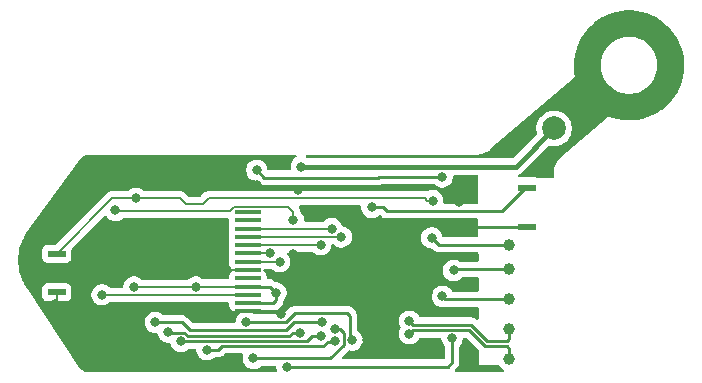
<source format=gbl>
G04 #@! TF.GenerationSoftware,KiCad,Pcbnew,9.0.2*
G04 #@! TF.CreationDate,2026-01-05T11:11:59+01:00*
G04 #@! TF.ProjectId,switch,73776974-6368-42e6-9b69-6361645f7063,rev?*
G04 #@! TF.SameCoordinates,Original*
G04 #@! TF.FileFunction,Copper,L2,Bot*
G04 #@! TF.FilePolarity,Positive*
%FSLAX46Y46*%
G04 Gerber Fmt 4.6, Leading zero omitted, Abs format (unit mm)*
G04 Created by KiCad (PCBNEW 9.0.2) date 2026-01-05 11:11:59*
%MOMM*%
%LPD*%
G01*
G04 APERTURE LIST*
G04 Aperture macros list*
%AMRoundRect*
0 Rectangle with rounded corners*
0 $1 Rounding radius*
0 $2 $3 $4 $5 $6 $7 $8 $9 X,Y pos of 4 corners*
0 Add a 4 corners polygon primitive as box body*
4,1,4,$2,$3,$4,$5,$6,$7,$8,$9,$2,$3,0*
0 Add four circle primitives for the rounded corners*
1,1,$1+$1,$2,$3*
1,1,$1+$1,$4,$5*
1,1,$1+$1,$6,$7*
1,1,$1+$1,$8,$9*
0 Add four rect primitives between the rounded corners*
20,1,$1+$1,$2,$3,$4,$5,0*
20,1,$1+$1,$4,$5,$6,$7,0*
20,1,$1+$1,$6,$7,$8,$9,0*
20,1,$1+$1,$8,$9,$2,$3,0*%
G04 Aperture macros list end*
G04 #@! TA.AperFunction,SMDPad,CuDef*
%ADD10C,1.000000*%
G04 #@! TD*
G04 #@! TA.AperFunction,SMDPad,CuDef*
%ADD11C,2.000000*%
G04 #@! TD*
G04 #@! TA.AperFunction,SMDPad,CuDef*
%ADD12R,1.500000X0.550000*%
G04 #@! TD*
G04 #@! TA.AperFunction,SMDPad,CuDef*
%ADD13RoundRect,0.092500X1.007500X0.092500X-1.007500X0.092500X-1.007500X-0.092500X1.007500X-0.092500X0*%
G04 #@! TD*
G04 #@! TA.AperFunction,ViaPad*
%ADD14C,0.800000*%
G04 #@! TD*
G04 #@! TA.AperFunction,Conductor*
%ADD15C,0.250000*%
G04 #@! TD*
G04 #@! TA.AperFunction,Conductor*
%ADD16C,0.254000*%
G04 #@! TD*
G04 #@! TA.AperFunction,Conductor*
%ADD17C,0.203200*%
G04 #@! TD*
G04 #@! TA.AperFunction,Conductor*
%ADD18C,0.406400*%
G04 #@! TD*
G04 APERTURE END LIST*
D10*
G04 #@! TO.P,TP2,1,1*
G04 #@! TO.N,BTN_LEFT*
X180314600Y-124917200D03*
G04 #@! TD*
G04 #@! TO.P,TP1,1,1*
G04 #@! TO.N,Net-(U2-EN)*
X180340000Y-127000000D03*
G04 #@! TD*
D11*
G04 #@! TO.P,TP5,1,1*
G04 #@! TO.N,VCC*
X184150000Y-115062000D03*
G04 #@! TD*
D12*
G04 #@! TO.P,SW1,1,1*
G04 #@! TO.N,BTN_LEFT*
X142036800Y-125688300D03*
G04 #@! TO.P,SW1,2,2*
G04 #@! TO.N,GND*
X142036800Y-128938300D03*
G04 #@! TD*
D10*
G04 #@! TO.P,TP9,1,1*
G04 #@! TO.N,/USB_D-*
X180340000Y-132080000D03*
G04 #@! TD*
D13*
G04 #@! TO.P,J2,1,Pin_1*
G04 #@! TO.N,unconnected-(J2-Pin_1-Pad1)*
X158212000Y-122162000D03*
G04 #@! TO.P,J2,2,Pin_2*
G04 #@! TO.N,unconnected-(J2-Pin_2-Pad2)*
X158212000Y-122862000D03*
G04 #@! TO.P,J2,3,Pin_3*
G04 #@! TO.N,/LCD_DATA*
X158212000Y-123562000D03*
G04 #@! TO.P,J2,4,Pin_4*
G04 #@! TO.N,/LCD_CLK*
X158212000Y-124262000D03*
G04 #@! TO.P,J2,5,Pin_5*
G04 #@! TO.N,/LCD_DC*
X158212000Y-124962000D03*
G04 #@! TO.P,J2,6,Pin_6*
G04 #@! TO.N,/LCD_RESET*
X158212000Y-125662000D03*
G04 #@! TO.P,J2,7,Pin_7*
G04 #@! TO.N,/LCD_CS*
X158212000Y-126362000D03*
G04 #@! TO.P,J2,8,Pin_8*
G04 #@! TO.N,GND*
X158212000Y-127062000D03*
G04 #@! TO.P,J2,9,Pin_9*
G04 #@! TO.N,unconnected-(J2-Pin_9-Pad9)*
X158212000Y-127762000D03*
G04 #@! TO.P,J2,10,Pin_10*
G04 #@! TO.N,+3V3*
X158212000Y-128462000D03*
G04 #@! TO.P,J2,11,Pin_11*
G04 #@! TO.N,/LEDK*
X158212000Y-129162000D03*
G04 #@! TO.P,J2,12,Pin_12*
G04 #@! TO.N,+3V3*
X158212000Y-129862000D03*
G04 #@! TO.P,J2,13,Pin_13*
G04 #@! TO.N,GND*
X158212000Y-130562000D03*
G04 #@! TD*
D10*
G04 #@! TO.P,TP8,1,1*
G04 #@! TO.N,+3V3*
X180340000Y-129540000D03*
G04 #@! TD*
G04 #@! TO.P,TP10,1,1*
G04 #@! TO.N,/USB_D+*
X180340000Y-134620000D03*
G04 #@! TD*
D12*
G04 #@! TO.P,SW2,1,1*
G04 #@! TO.N,BTN_RIGHT*
X181889400Y-120151100D03*
G04 #@! TO.P,SW2,2,2*
G04 #@! TO.N,GND*
X181889400Y-123401100D03*
G04 #@! TD*
D14*
G04 #@! TO.N,GND*
X162509200Y-120269000D03*
X176072800Y-121285000D03*
G04 #@! TO.N,BTN_LEFT*
X173786800Y-124333000D03*
G04 #@! TO.N,Net-(U2-EN)*
X175641000Y-127101600D03*
G04 #@! TO.N,BTN_LEFT*
X148742400Y-120980200D03*
G04 #@! TO.N,GND*
X176301400Y-123393200D03*
X177419000Y-135204200D03*
X164846000Y-129286000D03*
X168656000Y-124206000D03*
X167386000Y-125730000D03*
X173482000Y-130302000D03*
X173482000Y-129032000D03*
X173482000Y-125730000D03*
X172212000Y-124206000D03*
G04 #@! TO.N,+3V3*
X174675800Y-119176800D03*
G04 #@! TO.N,GND*
X170307000Y-132969000D03*
X168275000Y-132969000D03*
X162026600Y-125704600D03*
X162026600Y-127762000D03*
G04 #@! TO.N,/USB_D-*
X171907200Y-131402600D03*
G04 #@! TO.N,/USB_D+*
X171907200Y-132452600D03*
G04 #@! TO.N,+3V3*
X174701200Y-129286000D03*
X158976600Y-118616000D03*
G04 #@! TO.N,BTN_RIGHT*
X168732200Y-121767600D03*
G04 #@! TO.N,GND*
X170434000Y-130149600D03*
X173482000Y-127254000D03*
X170424000Y-124206000D03*
X167386000Y-127279400D03*
X141935200Y-129946400D03*
X144856200Y-125704600D03*
G04 #@! TO.N,/LCD_BACKLIGHT*
X162077400Y-122859800D03*
X147015200Y-122021600D03*
G04 #@! TO.N,BTN_LEFT*
X173863000Y-121183400D03*
G04 #@! TO.N,/LEDK*
X145872200Y-129159000D03*
G04 #@! TO.N,+3V3*
X148564600Y-128498600D03*
X153797000Y-128498600D03*
G04 #@! TO.N,GND*
X156006800Y-127076200D03*
G04 #@! TO.N,/LCD_CLK*
X166141400Y-124256800D03*
G04 #@! TO.N,/LCD_DATA*
X165312200Y-123562000D03*
G04 #@! TO.N,/LCD_DC*
X164388800Y-124917200D03*
G04 #@! TO.N,/LCD_CS*
X160909000Y-126362000D03*
G04 #@! TO.N,/LCD_RESET*
X160096200Y-125662000D03*
G04 #@! TO.N,VCC*
X162737800Y-118313200D03*
G04 #@! TO.N,+3V3*
X160604200Y-129006600D03*
G04 #@! TO.N,GND*
X174244000Y-133350000D03*
X150114000Y-134620000D03*
X194284600Y-109702600D03*
X188061600Y-107035600D03*
X145796000Y-118618000D03*
X185013600Y-112496600D03*
X190525400Y-113334800D03*
X193014600Y-107162600D03*
X161010600Y-130767600D03*
X190271400Y-106197400D03*
X187883800Y-112039400D03*
X159004000Y-119888000D03*
X192938400Y-112217200D03*
X187172600Y-109448600D03*
X187147200Y-114376200D03*
G04 #@! TO.N,/SD_DATA3*
X162661600Y-132359400D03*
X151460200Y-132308600D03*
G04 #@! TO.N,/SD_DATA1*
X158089600Y-131445000D03*
X167045200Y-132994400D03*
G04 #@! TO.N,/SD_CMD*
X152552400Y-133096000D03*
X164412897Y-132668902D03*
G04 #@! TO.N,/SD_CLK*
X165608000Y-133096000D03*
X154762200Y-133821000D03*
G04 #@! TO.N,/SD_DATA0*
X165608000Y-132054600D03*
X158699200Y-134546000D03*
G04 #@! TO.N,/SD_DATA2*
X150393400Y-131495800D03*
X164515800Y-131495800D03*
G04 #@! TO.N,Net-(U2-EN)*
X175514000Y-132842000D03*
X161544000Y-135255000D03*
G04 #@! TD*
D15*
G04 #@! TO.N,/SD_DATA1*
X167045200Y-132994400D02*
X166852600Y-132801800D01*
X166624000Y-130708400D02*
X162229800Y-130708400D01*
X166852600Y-130937000D02*
X166624000Y-130708400D01*
X166852600Y-132801800D02*
X166852600Y-130937000D01*
X162229800Y-130708400D02*
X161493200Y-131445000D01*
X161493200Y-131445000D02*
X158089600Y-131445000D01*
G04 #@! TO.N,/SD_DATA0*
X166334000Y-133396720D02*
X165201720Y-134529000D01*
X165608000Y-132054600D02*
X165989000Y-132054600D01*
X166334000Y-132399600D02*
X166334000Y-133396720D01*
X165989000Y-132054600D02*
X166334000Y-132399600D01*
X165201720Y-134529000D02*
X158716200Y-134529000D01*
X158716200Y-134529000D02*
X158699200Y-134546000D01*
D16*
G04 #@! TO.N,+3V3*
X174675800Y-119176800D02*
X174650400Y-119151400D01*
X174650400Y-119151400D02*
X169341800Y-119151400D01*
X169341800Y-119151400D02*
X169240200Y-119253000D01*
X169240200Y-119253000D02*
X159613600Y-119253000D01*
X159613600Y-119253000D02*
X158976600Y-118616000D01*
D15*
X158212000Y-129862000D02*
X160383800Y-129862000D01*
X160383800Y-129862000D02*
X160604200Y-129641600D01*
X160604200Y-129641600D02*
X160604200Y-129006600D01*
G04 #@! TO.N,/SD_CLK*
X165608000Y-133096000D02*
X165582600Y-133121400D01*
X164998400Y-133121400D02*
X164617400Y-133502400D01*
X164617400Y-133502400D02*
X156006800Y-133502400D01*
X156006800Y-133502400D02*
X155688200Y-133821000D01*
X165582600Y-133121400D02*
X164998400Y-133121400D01*
X155688200Y-133821000D02*
X154762200Y-133821000D01*
G04 #@! TO.N,/SD_CMD*
X164412897Y-132668902D02*
X163674597Y-132668902D01*
X163674597Y-132668902D02*
X163247499Y-133096000D01*
X163247499Y-133096000D02*
X152552400Y-133096000D01*
G04 #@! TO.N,/SD_DATA3*
X162026600Y-132359400D02*
X161747200Y-132638800D01*
X161747200Y-132638800D02*
X153121920Y-132638800D01*
X152842520Y-132359400D02*
X151511000Y-132359400D01*
X153121920Y-132638800D02*
X152842520Y-132359400D01*
X162661600Y-132359400D02*
X162026600Y-132359400D01*
X151511000Y-132359400D02*
X151460200Y-132308600D01*
G04 #@! TO.N,/SD_DATA2*
X164515800Y-131495800D02*
X162102800Y-131495800D01*
X153302530Y-132181600D02*
X152616730Y-131495800D01*
X162102800Y-131495800D02*
X161417000Y-132181600D01*
X161417000Y-132181600D02*
X153302530Y-132181600D01*
X152616730Y-131495800D02*
X150393400Y-131495800D01*
D16*
G04 #@! TO.N,BTN_LEFT*
X174371000Y-124917200D02*
X173786800Y-124333000D01*
X180314600Y-124917200D02*
X174371000Y-124917200D01*
G04 #@! TO.N,Net-(U2-EN)*
X175641000Y-127101600D02*
X175742600Y-127000000D01*
X175742600Y-127000000D02*
X180340000Y-127000000D01*
D15*
G04 #@! TO.N,GND*
X161010600Y-130767600D02*
X160745724Y-130767600D01*
X160745724Y-130767600D02*
X160540124Y-130562000D01*
X160540124Y-130562000D02*
X158212000Y-130562000D01*
D17*
G04 #@! TO.N,BTN_LEFT*
X152476200Y-120980200D02*
X148742400Y-120980200D01*
G04 #@! TO.N,/LCD_BACKLIGHT*
X156732996Y-122047000D02*
X157088596Y-121691400D01*
X147015200Y-122021600D02*
X147040600Y-122047000D01*
X161620200Y-121691400D02*
X162077400Y-122148600D01*
X162077400Y-122148600D02*
X162077400Y-122859800D01*
X147040600Y-122047000D02*
X156732996Y-122047000D01*
X157088596Y-121691400D02*
X161620200Y-121691400D01*
D16*
G04 #@! TO.N,GND*
X176309300Y-123401100D02*
X176301400Y-123393200D01*
X181889400Y-123401100D02*
X176309300Y-123401100D01*
G04 #@! TO.N,BTN_RIGHT*
X168732200Y-121767600D02*
X169697400Y-121767600D01*
X179730400Y-122072400D02*
X181651700Y-120151100D01*
X169697400Y-121767600D02*
X170002200Y-122072400D01*
X170002200Y-122072400D02*
X179730400Y-122072400D01*
X181651700Y-120151100D02*
X181889400Y-120151100D01*
D17*
G04 #@! TO.N,BTN_LEFT*
X173863000Y-121183400D02*
X173431200Y-121183400D01*
X173431200Y-121183400D02*
X173228000Y-120980200D01*
X154914600Y-120980200D02*
X154432000Y-121462800D01*
X152958800Y-121462800D02*
X152476200Y-120980200D01*
X173228000Y-120980200D02*
X154914600Y-120980200D01*
X148742400Y-120980200D02*
X146744900Y-120980200D01*
X146744900Y-120980200D02*
X142036800Y-125688300D01*
X154432000Y-121462800D02*
X152958800Y-121462800D01*
D15*
G04 #@! TO.N,Net-(U2-EN)*
X161544000Y-135255000D02*
X175133000Y-135255000D01*
X175133000Y-135255000D02*
X175514000Y-134874000D01*
X175514000Y-134874000D02*
X175514000Y-132842000D01*
D16*
G04 #@! TO.N,/USB_D+*
X171907200Y-132452600D02*
X172207199Y-132152601D01*
X178316402Y-133524200D02*
X180133200Y-133524200D01*
X180340000Y-133731000D02*
X180340000Y-134620000D01*
X172207199Y-132152601D02*
X176944803Y-132152601D01*
X176944803Y-132152601D02*
X178316402Y-133524200D01*
X180133200Y-133524200D02*
X180340000Y-133731000D01*
G04 #@! TO.N,/USB_D-*
X172207199Y-131702599D02*
X177131197Y-131702599D01*
X178502798Y-133074200D02*
X180133200Y-133074200D01*
X177131197Y-131702599D02*
X178502798Y-133074200D01*
X180133200Y-133074200D02*
X180340000Y-132867400D01*
X171907200Y-131402600D02*
X172207199Y-131702599D01*
X180340000Y-132867400D02*
X180340000Y-132080000D01*
G04 #@! TO.N,+3V3*
X174955200Y-129540000D02*
X180340000Y-129540000D01*
X174701200Y-129286000D02*
X174955200Y-129540000D01*
D17*
G04 #@! TO.N,GND*
X142036800Y-129844800D02*
X141935200Y-129946400D01*
X142036800Y-128938300D02*
X142036800Y-129844800D01*
G04 #@! TO.N,/LCD_CS*
X160909000Y-126362000D02*
X158212000Y-126362000D01*
G04 #@! TO.N,GND*
X158197800Y-127076200D02*
X158212000Y-127062000D01*
X156006800Y-127076200D02*
X158197800Y-127076200D01*
G04 #@! TO.N,/LCD_RESET*
X160096200Y-125662000D02*
X158212000Y-125662000D01*
G04 #@! TO.N,/LEDK*
X146840400Y-129162000D02*
X158212000Y-129162000D01*
X145872200Y-129159000D02*
X146837400Y-129159000D01*
X146837400Y-129159000D02*
X146840400Y-129162000D01*
G04 #@! TO.N,+3V3*
X153797000Y-128498600D02*
X148564600Y-128498600D01*
X153833600Y-128462000D02*
X153797000Y-128498600D01*
X158212000Y-128462000D02*
X153833600Y-128462000D01*
G04 #@! TO.N,/LCD_CLK*
X166146600Y-124262000D02*
X166141400Y-124256800D01*
G04 #@! TO.N,/LCD_DATA*
X165328600Y-123545600D02*
X165312200Y-123562000D01*
G04 #@! TO.N,/LCD_DC*
X164420200Y-124948600D02*
X164388800Y-124917200D01*
X164420200Y-124962000D02*
X164420200Y-124948600D01*
X158212000Y-124962000D02*
X164420200Y-124962000D01*
G04 #@! TO.N,/LCD_DATA*
X158212000Y-123562000D02*
X165312200Y-123562000D01*
G04 #@! TO.N,/LCD_CLK*
X158212000Y-124262000D02*
X166146600Y-124262000D01*
D18*
G04 #@! TO.N,VCC*
X184150000Y-115062000D02*
X180898800Y-118313200D01*
X180898800Y-118313200D02*
X162737800Y-118313200D01*
D15*
G04 #@! TO.N,+3V3*
X158212000Y-128462000D02*
X160059600Y-128462000D01*
X160059600Y-128462000D02*
X160604200Y-129006600D01*
G04 #@! TD*
G04 #@! TA.AperFunction,Conductor*
G04 #@! TO.N,GND*
G36*
X162288130Y-117321982D02*
G01*
X162333885Y-117374786D01*
X162343829Y-117443944D01*
X162314804Y-117507500D01*
X162289982Y-117529399D01*
X162163765Y-117613735D01*
X162163761Y-117613738D01*
X162038338Y-117739161D01*
X162038335Y-117739165D01*
X161939790Y-117886646D01*
X161939783Y-117886659D01*
X161871906Y-118050532D01*
X161871903Y-118050541D01*
X161837300Y-118224504D01*
X161837300Y-118401895D01*
X161852301Y-118477309D01*
X161846074Y-118546900D01*
X161803211Y-118602078D01*
X161737321Y-118625322D01*
X161730684Y-118625500D01*
X159998396Y-118625500D01*
X159931357Y-118605815D01*
X159885602Y-118553011D01*
X159876779Y-118525692D01*
X159842495Y-118353340D01*
X159842494Y-118353334D01*
X159807333Y-118268447D01*
X159774616Y-118189459D01*
X159774609Y-118189446D01*
X159676064Y-118041965D01*
X159676061Y-118041961D01*
X159550638Y-117916538D01*
X159550634Y-117916535D01*
X159403153Y-117817990D01*
X159403140Y-117817983D01*
X159239267Y-117750106D01*
X159239258Y-117750103D01*
X159065294Y-117715500D01*
X159065291Y-117715500D01*
X158887909Y-117715500D01*
X158887906Y-117715500D01*
X158713941Y-117750103D01*
X158713932Y-117750106D01*
X158550059Y-117817983D01*
X158550046Y-117817990D01*
X158402565Y-117916535D01*
X158402561Y-117916538D01*
X158277138Y-118041961D01*
X158277135Y-118041965D01*
X158178590Y-118189446D01*
X158178583Y-118189459D01*
X158110706Y-118353332D01*
X158110703Y-118353341D01*
X158076100Y-118527304D01*
X158076100Y-118704695D01*
X158110703Y-118878658D01*
X158110706Y-118878667D01*
X158178583Y-119042540D01*
X158178590Y-119042553D01*
X158277135Y-119190034D01*
X158277138Y-119190038D01*
X158402561Y-119315461D01*
X158402565Y-119315464D01*
X158550046Y-119414009D01*
X158550059Y-119414016D01*
X158672963Y-119464923D01*
X158713934Y-119481894D01*
X158713936Y-119481894D01*
X158713941Y-119481896D01*
X158887904Y-119516499D01*
X158887907Y-119516500D01*
X158887909Y-119516500D01*
X158938319Y-119516500D01*
X158967759Y-119525144D01*
X158997746Y-119531668D01*
X159002761Y-119535422D01*
X159005358Y-119536185D01*
X159026000Y-119552819D01*
X159126189Y-119653008D01*
X159213592Y-119740411D01*
X159213594Y-119740413D01*
X159213596Y-119740414D01*
X159300656Y-119798585D01*
X159316367Y-119809083D01*
X159349815Y-119822937D01*
X159430565Y-119856386D01*
X159530486Y-119876261D01*
X159551792Y-119880499D01*
X159551796Y-119880500D01*
X159551797Y-119880500D01*
X169302004Y-119880500D01*
X169302005Y-119880499D01*
X169423235Y-119856386D01*
X169503984Y-119822937D01*
X169537433Y-119809083D01*
X169557680Y-119795553D01*
X169564502Y-119792123D01*
X169591664Y-119787168D01*
X169618007Y-119778920D01*
X169620220Y-119778900D01*
X173953039Y-119778900D01*
X174020078Y-119798585D01*
X174040715Y-119815214D01*
X174081885Y-119856384D01*
X174101766Y-119876265D01*
X174249246Y-119974809D01*
X174249259Y-119974816D01*
X174372163Y-120025723D01*
X174413134Y-120042694D01*
X174413136Y-120042694D01*
X174413141Y-120042696D01*
X174587104Y-120077299D01*
X174587107Y-120077300D01*
X174587109Y-120077300D01*
X174764493Y-120077300D01*
X174764494Y-120077299D01*
X174822482Y-120065764D01*
X174938458Y-120042696D01*
X174938461Y-120042694D01*
X174938466Y-120042694D01*
X175102347Y-119974813D01*
X175249835Y-119876264D01*
X175375264Y-119750835D01*
X175473813Y-119603347D01*
X175541694Y-119439466D01*
X175546757Y-119414016D01*
X175576299Y-119265495D01*
X175576300Y-119265493D01*
X175576300Y-119140900D01*
X175595985Y-119073861D01*
X175648789Y-119028106D01*
X175700300Y-119016900D01*
X177599626Y-119016900D01*
X177666665Y-119036585D01*
X177712420Y-119089389D01*
X177723625Y-119140306D01*
X177734072Y-121320306D01*
X177714709Y-121387439D01*
X177662124Y-121433446D01*
X177610073Y-121444900D01*
X174880221Y-121444900D01*
X174813182Y-121425215D01*
X174767427Y-121372411D01*
X174757483Y-121303253D01*
X174758604Y-121296709D01*
X174763499Y-121272095D01*
X174763500Y-121272093D01*
X174763500Y-121094706D01*
X174763499Y-121094704D01*
X174728896Y-120920741D01*
X174728893Y-120920732D01*
X174661016Y-120756859D01*
X174661009Y-120756846D01*
X174562464Y-120609365D01*
X174562461Y-120609361D01*
X174437038Y-120483938D01*
X174437034Y-120483935D01*
X174289553Y-120385390D01*
X174289540Y-120385383D01*
X174125667Y-120317506D01*
X174125658Y-120317503D01*
X173951694Y-120282900D01*
X173951691Y-120282900D01*
X173774309Y-120282900D01*
X173774306Y-120282900D01*
X173600341Y-120317503D01*
X173600337Y-120317505D01*
X173600335Y-120317505D01*
X173600334Y-120317506D01*
X173557656Y-120335183D01*
X173435278Y-120385873D01*
X173365809Y-120393341D01*
X173355735Y-120391086D01*
X173307270Y-120378100D01*
X173307268Y-120378100D01*
X154993868Y-120378100D01*
X154835332Y-120378100D01*
X154735341Y-120404893D01*
X154682197Y-120419133D01*
X154544903Y-120498399D01*
X154544900Y-120498401D01*
X154218921Y-120824381D01*
X154157598Y-120857866D01*
X154131240Y-120860700D01*
X153259560Y-120860700D01*
X153192521Y-120841015D01*
X153171879Y-120824381D01*
X152845897Y-120498399D01*
X152832474Y-120490650D01*
X152819051Y-120482900D01*
X152708604Y-120419134D01*
X152708603Y-120419133D01*
X152655459Y-120404893D01*
X152555468Y-120378100D01*
X152555466Y-120378100D01*
X149465161Y-120378100D01*
X149398122Y-120358415D01*
X149377484Y-120341785D01*
X149316435Y-120280736D01*
X149316434Y-120280735D01*
X149316433Y-120280734D01*
X149168953Y-120182190D01*
X149168940Y-120182183D01*
X149005067Y-120114306D01*
X149005058Y-120114303D01*
X148831094Y-120079700D01*
X148831091Y-120079700D01*
X148653709Y-120079700D01*
X148653706Y-120079700D01*
X148479741Y-120114303D01*
X148479732Y-120114306D01*
X148315859Y-120182183D01*
X148315846Y-120182190D01*
X148168366Y-120280734D01*
X148137843Y-120311257D01*
X148107318Y-120341782D01*
X148045998Y-120375266D01*
X148019639Y-120378100D01*
X146665632Y-120378100D01*
X146589065Y-120398616D01*
X146512496Y-120419133D01*
X146512495Y-120419134D01*
X146417511Y-120473973D01*
X146402049Y-120482900D01*
X146394072Y-120487505D01*
X146375202Y-120498399D01*
X146375200Y-120498401D01*
X141997119Y-124876481D01*
X141935796Y-124909966D01*
X141909438Y-124912800D01*
X141238929Y-124912800D01*
X141238923Y-124912801D01*
X141179316Y-124919208D01*
X141044471Y-124969502D01*
X141044464Y-124969506D01*
X140929255Y-125055752D01*
X140929252Y-125055755D01*
X140843006Y-125170964D01*
X140843002Y-125170971D01*
X140792710Y-125305813D01*
X140792709Y-125305817D01*
X140786300Y-125365427D01*
X140786300Y-125365434D01*
X140786300Y-125365435D01*
X140786300Y-126011170D01*
X140786301Y-126011176D01*
X140792708Y-126070783D01*
X140843002Y-126205628D01*
X140843006Y-126205635D01*
X140929252Y-126320844D01*
X140929255Y-126320847D01*
X141044464Y-126407093D01*
X141044471Y-126407097D01*
X141179317Y-126457391D01*
X141179316Y-126457391D01*
X141186244Y-126458135D01*
X141238927Y-126463800D01*
X142834672Y-126463799D01*
X142894283Y-126457391D01*
X143029131Y-126407096D01*
X143144346Y-126320846D01*
X143230596Y-126205631D01*
X143280891Y-126070783D01*
X143287300Y-126011173D01*
X143287299Y-125365428D01*
X143287298Y-125365426D01*
X143287298Y-125365412D01*
X143286251Y-125355674D01*
X143298656Y-125286914D01*
X143321856Y-125254740D01*
X146074806Y-122501790D01*
X146136127Y-122468307D01*
X146205819Y-122473291D01*
X146261752Y-122515163D01*
X146265587Y-122520582D01*
X146315735Y-122595635D01*
X146441161Y-122721061D01*
X146441165Y-122721064D01*
X146588646Y-122819609D01*
X146588659Y-122819616D01*
X146692277Y-122862535D01*
X146752534Y-122887494D01*
X146752536Y-122887494D01*
X146752541Y-122887496D01*
X146926504Y-122922099D01*
X146926507Y-122922100D01*
X146926509Y-122922100D01*
X147103893Y-122922100D01*
X147103894Y-122922099D01*
X147161882Y-122910564D01*
X147277858Y-122887496D01*
X147277861Y-122887494D01*
X147277866Y-122887494D01*
X147441747Y-122819613D01*
X147589235Y-122721064D01*
X147624879Y-122685420D01*
X147686201Y-122651934D01*
X147712561Y-122649100D01*
X156487500Y-122649100D01*
X156554539Y-122668785D01*
X156600294Y-122721589D01*
X156611500Y-122773100D01*
X156611500Y-122993368D01*
X156626763Y-123109305D01*
X156649645Y-123164549D01*
X156657112Y-123234018D01*
X156649645Y-123259451D01*
X156626763Y-123314694D01*
X156611500Y-123430631D01*
X156611500Y-123693368D01*
X156626763Y-123809305D01*
X156649645Y-123864549D01*
X156657112Y-123934018D01*
X156649645Y-123959451D01*
X156626763Y-124014694D01*
X156611500Y-124130631D01*
X156611500Y-124393368D01*
X156626763Y-124509305D01*
X156649645Y-124564549D01*
X156657112Y-124634018D01*
X156649645Y-124659451D01*
X156626763Y-124714694D01*
X156611500Y-124830631D01*
X156611500Y-125093368D01*
X156626763Y-125209305D01*
X156649645Y-125264549D01*
X156657112Y-125334018D01*
X156649645Y-125359451D01*
X156626763Y-125414694D01*
X156611500Y-125530631D01*
X156611500Y-125793368D01*
X156626763Y-125909305D01*
X156649645Y-125964549D01*
X156657112Y-126034018D01*
X156649645Y-126059451D01*
X156626763Y-126114694D01*
X156611500Y-126230631D01*
X156611500Y-126493368D01*
X156626762Y-126609302D01*
X156626764Y-126609307D01*
X156686513Y-126753556D01*
X156686514Y-126753558D01*
X156686515Y-126753559D01*
X156781567Y-126877433D01*
X156893895Y-126963625D01*
X156935096Y-127020052D01*
X156939251Y-127089798D01*
X156905038Y-127150719D01*
X156893900Y-127160370D01*
X156781567Y-127246567D01*
X156686513Y-127370443D01*
X156626764Y-127514692D01*
X156626762Y-127514697D01*
X156611500Y-127630631D01*
X156611500Y-127735900D01*
X156591815Y-127802939D01*
X156539011Y-127848694D01*
X156487500Y-127859900D01*
X154483162Y-127859900D01*
X154416123Y-127840215D01*
X154395481Y-127823581D01*
X154371038Y-127799138D01*
X154371034Y-127799135D01*
X154223553Y-127700590D01*
X154223540Y-127700583D01*
X154059667Y-127632706D01*
X154059658Y-127632703D01*
X153885694Y-127598100D01*
X153885691Y-127598100D01*
X153708309Y-127598100D01*
X153708306Y-127598100D01*
X153534341Y-127632703D01*
X153534332Y-127632706D01*
X153370459Y-127700583D01*
X153370446Y-127700590D01*
X153222966Y-127799134D01*
X153205286Y-127816815D01*
X153161918Y-127860182D01*
X153100598Y-127893666D01*
X153074239Y-127896500D01*
X149287361Y-127896500D01*
X149220322Y-127876815D01*
X149199684Y-127860185D01*
X149138635Y-127799136D01*
X149138634Y-127799135D01*
X149138633Y-127799134D01*
X148991153Y-127700590D01*
X148991140Y-127700583D01*
X148827267Y-127632706D01*
X148827258Y-127632703D01*
X148653294Y-127598100D01*
X148653291Y-127598100D01*
X148475909Y-127598100D01*
X148475906Y-127598100D01*
X148301941Y-127632703D01*
X148301932Y-127632706D01*
X148138059Y-127700583D01*
X148138046Y-127700590D01*
X147990565Y-127799135D01*
X147990561Y-127799138D01*
X147865138Y-127924561D01*
X147865135Y-127924565D01*
X147766590Y-128072046D01*
X147766583Y-128072059D01*
X147698706Y-128235932D01*
X147698703Y-128235941D01*
X147664100Y-128409904D01*
X147664100Y-128435900D01*
X147644415Y-128502939D01*
X147591611Y-128548694D01*
X147540100Y-128559900D01*
X146944188Y-128559900D01*
X146924804Y-128557348D01*
X146924724Y-128557961D01*
X146916669Y-128556900D01*
X146916668Y-128556900D01*
X146916666Y-128556900D01*
X146594961Y-128556900D01*
X146527922Y-128537215D01*
X146507284Y-128520585D01*
X146446235Y-128459536D01*
X146446234Y-128459535D01*
X146446233Y-128459534D01*
X146298753Y-128360990D01*
X146298740Y-128360983D01*
X146134867Y-128293106D01*
X146134858Y-128293103D01*
X145960894Y-128258500D01*
X145960891Y-128258500D01*
X145783509Y-128258500D01*
X145783506Y-128258500D01*
X145609541Y-128293103D01*
X145609532Y-128293106D01*
X145445659Y-128360983D01*
X145445646Y-128360990D01*
X145298165Y-128459535D01*
X145298161Y-128459538D01*
X145172738Y-128584961D01*
X145172735Y-128584965D01*
X145074190Y-128732446D01*
X145074183Y-128732459D01*
X145006306Y-128896332D01*
X145006303Y-128896341D01*
X144971700Y-129070304D01*
X144971700Y-129247695D01*
X145006303Y-129421658D01*
X145006306Y-129421667D01*
X145074183Y-129585540D01*
X145074190Y-129585553D01*
X145172735Y-129733034D01*
X145172738Y-129733038D01*
X145298161Y-129858461D01*
X145298165Y-129858464D01*
X145445646Y-129957009D01*
X145445659Y-129957016D01*
X145568563Y-130007923D01*
X145609534Y-130024894D01*
X145609536Y-130024894D01*
X145609541Y-130024896D01*
X145783504Y-130059499D01*
X145783507Y-130059500D01*
X145783509Y-130059500D01*
X145960893Y-130059500D01*
X145960894Y-130059499D01*
X146018882Y-130047964D01*
X146134858Y-130024896D01*
X146134861Y-130024894D01*
X146134866Y-130024894D01*
X146298747Y-129957013D01*
X146446235Y-129858464D01*
X146507281Y-129797417D01*
X146534212Y-129782711D01*
X146560026Y-129766123D01*
X146566225Y-129765231D01*
X146568602Y-129763934D01*
X146594961Y-129761100D01*
X146733612Y-129761100D01*
X146752995Y-129763651D01*
X146753076Y-129763039D01*
X146761130Y-129764099D01*
X146761132Y-129764100D01*
X146919668Y-129764100D01*
X156487500Y-129764100D01*
X156554539Y-129783785D01*
X156600294Y-129836589D01*
X156611500Y-129888100D01*
X156611500Y-129993368D01*
X156626762Y-130109302D01*
X156626764Y-130109307D01*
X156686513Y-130253556D01*
X156686514Y-130253558D01*
X156686515Y-130253559D01*
X156781567Y-130377433D01*
X156905441Y-130472485D01*
X156905443Y-130472486D01*
X156905442Y-130472486D01*
X156976820Y-130502051D01*
X157049696Y-130532237D01*
X157083642Y-130536706D01*
X157165631Y-130547500D01*
X157165632Y-130547500D01*
X157414238Y-130547500D01*
X157481277Y-130567185D01*
X157527032Y-130619989D01*
X157536976Y-130689147D01*
X157507951Y-130752703D01*
X157501919Y-130759181D01*
X157390138Y-130870961D01*
X157390135Y-130870965D01*
X157291590Y-131018446D01*
X157291583Y-131018459D01*
X157223706Y-131182332D01*
X157223703Y-131182341D01*
X157189100Y-131356304D01*
X157189100Y-131432100D01*
X157169415Y-131499139D01*
X157116611Y-131544894D01*
X157065100Y-131556100D01*
X153612983Y-131556100D01*
X153545944Y-131536415D01*
X153525302Y-131519781D01*
X153113247Y-131107727D01*
X153102589Y-131097069D01*
X153102588Y-131097067D01*
X153015463Y-131009942D01*
X152939436Y-130959142D01*
X152933513Y-130955184D01*
X152933507Y-130955179D01*
X152913020Y-130941490D01*
X152913016Y-130941488D01*
X152865399Y-130921765D01*
X152832522Y-130908147D01*
X152799182Y-130894337D01*
X152738759Y-130882318D01*
X152734036Y-130881378D01*
X152734034Y-130881378D01*
X152678340Y-130870300D01*
X152678337Y-130870300D01*
X152678336Y-130870300D01*
X151092761Y-130870300D01*
X151025722Y-130850615D01*
X151005079Y-130833980D01*
X150967438Y-130796338D01*
X150967434Y-130796335D01*
X150819953Y-130697790D01*
X150819940Y-130697783D01*
X150656067Y-130629906D01*
X150656058Y-130629903D01*
X150482094Y-130595300D01*
X150482091Y-130595300D01*
X150304709Y-130595300D01*
X150304706Y-130595300D01*
X150130741Y-130629903D01*
X150130732Y-130629906D01*
X149966859Y-130697783D01*
X149966846Y-130697790D01*
X149819365Y-130796335D01*
X149819361Y-130796338D01*
X149693938Y-130921761D01*
X149693935Y-130921765D01*
X149595390Y-131069246D01*
X149595383Y-131069259D01*
X149527506Y-131233132D01*
X149527503Y-131233141D01*
X149492900Y-131407104D01*
X149492900Y-131584495D01*
X149527503Y-131758458D01*
X149527506Y-131758467D01*
X149595383Y-131922340D01*
X149595390Y-131922353D01*
X149693935Y-132069834D01*
X149693938Y-132069838D01*
X149819361Y-132195261D01*
X149819365Y-132195264D01*
X149966846Y-132293809D01*
X149966859Y-132293816D01*
X150089763Y-132344723D01*
X150130734Y-132361694D01*
X150130736Y-132361694D01*
X150130741Y-132361696D01*
X150304704Y-132396299D01*
X150304707Y-132396300D01*
X150457739Y-132396300D01*
X150524778Y-132415985D01*
X150570533Y-132468789D01*
X150579356Y-132496109D01*
X150594303Y-132571258D01*
X150594306Y-132571267D01*
X150662183Y-132735140D01*
X150662190Y-132735153D01*
X150760735Y-132882634D01*
X150760738Y-132882638D01*
X150886161Y-133008061D01*
X150886165Y-133008064D01*
X151033646Y-133106609D01*
X151033659Y-133106616D01*
X151156563Y-133157523D01*
X151197534Y-133174494D01*
X151197536Y-133174494D01*
X151197541Y-133174496D01*
X151371504Y-133209099D01*
X151371507Y-133209100D01*
X151554983Y-133209100D01*
X151554983Y-133212881D01*
X151606603Y-133220351D01*
X151659366Y-133266154D01*
X151676607Y-133308906D01*
X151686504Y-133358661D01*
X151686507Y-133358670D01*
X151754383Y-133522540D01*
X151754390Y-133522553D01*
X151852935Y-133670034D01*
X151852938Y-133670038D01*
X151978361Y-133795461D01*
X151978365Y-133795464D01*
X152125846Y-133894009D01*
X152125859Y-133894016D01*
X152238175Y-133940538D01*
X152289734Y-133961894D01*
X152289736Y-133961894D01*
X152289741Y-133961896D01*
X152463704Y-133996499D01*
X152463707Y-133996500D01*
X152463709Y-133996500D01*
X152641093Y-133996500D01*
X152641094Y-133996499D01*
X152712891Y-133982218D01*
X152815058Y-133961896D01*
X152815061Y-133961894D01*
X152815066Y-133961894D01*
X152978947Y-133894013D01*
X153126435Y-133795464D01*
X153164079Y-133757820D01*
X153225401Y-133724334D01*
X153251761Y-133721500D01*
X153737700Y-133721500D01*
X153804739Y-133741185D01*
X153850494Y-133793989D01*
X153861700Y-133845500D01*
X153861700Y-133909695D01*
X153896303Y-134083658D01*
X153896306Y-134083667D01*
X153964183Y-134247540D01*
X153964190Y-134247553D01*
X154062735Y-134395034D01*
X154062738Y-134395038D01*
X154188161Y-134520461D01*
X154188165Y-134520464D01*
X154335646Y-134619009D01*
X154335659Y-134619016D01*
X154458563Y-134669923D01*
X154499534Y-134686894D01*
X154499536Y-134686894D01*
X154499541Y-134686896D01*
X154673504Y-134721499D01*
X154673507Y-134721500D01*
X154673509Y-134721500D01*
X154850893Y-134721500D01*
X154850894Y-134721499D01*
X154908882Y-134709964D01*
X155024858Y-134686896D01*
X155024861Y-134686894D01*
X155024866Y-134686894D01*
X155188747Y-134619013D01*
X155336235Y-134520464D01*
X155373879Y-134482820D01*
X155435201Y-134449334D01*
X155461561Y-134446500D01*
X155749807Y-134446500D01*
X155810229Y-134434481D01*
X155870652Y-134422463D01*
X155903992Y-134408652D01*
X155984486Y-134375312D01*
X156045736Y-134334385D01*
X156086933Y-134306858D01*
X156174058Y-134219733D01*
X156174058Y-134219731D01*
X156184266Y-134209524D01*
X156184270Y-134209519D01*
X156229574Y-134164217D01*
X156290898Y-134130733D01*
X156317253Y-134127900D01*
X157713262Y-134127900D01*
X157780301Y-134147585D01*
X157826056Y-134200389D01*
X157836000Y-134269547D01*
X157834272Y-134277314D01*
X157834494Y-134277359D01*
X157798700Y-134457304D01*
X157798700Y-134634695D01*
X157833303Y-134808658D01*
X157833306Y-134808667D01*
X157901183Y-134972540D01*
X157901190Y-134972553D01*
X157999735Y-135120034D01*
X157999738Y-135120038D01*
X158125161Y-135245461D01*
X158125165Y-135245464D01*
X158272646Y-135344009D01*
X158272659Y-135344016D01*
X158388466Y-135391984D01*
X158436534Y-135411894D01*
X158436536Y-135411894D01*
X158436541Y-135411896D01*
X158610504Y-135446499D01*
X158610507Y-135446500D01*
X158610509Y-135446500D01*
X158787893Y-135446500D01*
X158787894Y-135446499D01*
X158845882Y-135434964D01*
X158961858Y-135411896D01*
X158961861Y-135411894D01*
X158961866Y-135411894D01*
X159125747Y-135344013D01*
X159273235Y-135245464D01*
X159327879Y-135190820D01*
X159389202Y-135157334D01*
X159415561Y-135154500D01*
X160519500Y-135154500D01*
X160586539Y-135174185D01*
X160632294Y-135226989D01*
X160643500Y-135278500D01*
X160643500Y-135343695D01*
X160678103Y-135517658D01*
X160678106Y-135517667D01*
X160694990Y-135558428D01*
X160702459Y-135627897D01*
X160671183Y-135690376D01*
X160611094Y-135726028D01*
X160580429Y-135729880D01*
X144784877Y-135729880D01*
X144775146Y-135729498D01*
X144636925Y-135718618D01*
X144622466Y-135716618D01*
X144598716Y-135711894D01*
X144593959Y-135710850D01*
X144475685Y-135682455D01*
X144457178Y-135676442D01*
X144327989Y-135622929D01*
X144310652Y-135614095D01*
X144206936Y-135550536D01*
X144202837Y-135547911D01*
X144182706Y-135534460D01*
X144171064Y-135525648D01*
X144074994Y-135443595D01*
X144052419Y-135418188D01*
X144048215Y-135411896D01*
X139507702Y-128615455D01*
X140786800Y-128615455D01*
X140786800Y-129261144D01*
X140793201Y-129320672D01*
X140793203Y-129320679D01*
X140843445Y-129455386D01*
X140843449Y-129455393D01*
X140929609Y-129570487D01*
X140929612Y-129570490D01*
X141044706Y-129656650D01*
X141044713Y-129656654D01*
X141179420Y-129706896D01*
X141179427Y-129706898D01*
X141238955Y-129713299D01*
X141238972Y-129713300D01*
X142834628Y-129713300D01*
X142834644Y-129713299D01*
X142894172Y-129706898D01*
X142894179Y-129706896D01*
X143028886Y-129656654D01*
X143028893Y-129656650D01*
X143143987Y-129570490D01*
X143143990Y-129570487D01*
X143230150Y-129455393D01*
X143230154Y-129455386D01*
X143280396Y-129320679D01*
X143280398Y-129320672D01*
X143286799Y-129261144D01*
X143286800Y-129261127D01*
X143286800Y-128615472D01*
X143286799Y-128615455D01*
X143280398Y-128555927D01*
X143280396Y-128555920D01*
X143230154Y-128421213D01*
X143230150Y-128421206D01*
X143143990Y-128306112D01*
X143143987Y-128306109D01*
X143028893Y-128219949D01*
X143028886Y-128219945D01*
X142894179Y-128169703D01*
X142894172Y-128169701D01*
X142834644Y-128163300D01*
X141238955Y-128163300D01*
X141179427Y-128169701D01*
X141179420Y-128169703D01*
X141044713Y-128219945D01*
X141044706Y-128219949D01*
X140929612Y-128306109D01*
X140929609Y-128306112D01*
X140843449Y-128421206D01*
X140843445Y-128421213D01*
X140793203Y-128555920D01*
X140793201Y-128555927D01*
X140786800Y-128615455D01*
X139507702Y-128615455D01*
X139448543Y-128526903D01*
X139444501Y-128520431D01*
X139277855Y-128234302D01*
X139274830Y-128228787D01*
X139240662Y-128162529D01*
X139238695Y-128158536D01*
X139112944Y-127891073D01*
X139110061Y-127884443D01*
X139086042Y-127824462D01*
X139084769Y-127821143D01*
X138979138Y-127533189D01*
X138976596Y-127525482D01*
X138964437Y-127484083D01*
X138963702Y-127481476D01*
X138878157Y-127164622D01*
X138875793Y-127154038D01*
X138812735Y-126799040D01*
X138811307Y-126788268D01*
X138779658Y-126429122D01*
X138779180Y-126418281D01*
X138779180Y-126057740D01*
X138779659Y-126046856D01*
X138789476Y-125935459D01*
X138811307Y-125687729D01*
X138812735Y-125676959D01*
X138875793Y-125321958D01*
X138878155Y-125311384D01*
X138963718Y-124994465D01*
X138964439Y-124991910D01*
X138971019Y-124969506D01*
X138976598Y-124950509D01*
X138979132Y-124942828D01*
X139084785Y-124654812D01*
X139086029Y-124651570D01*
X139110066Y-124591545D01*
X139112935Y-124584947D01*
X139238723Y-124317403D01*
X139240652Y-124313488D01*
X139274845Y-124247182D01*
X139277823Y-124241753D01*
X139443282Y-123957662D01*
X139450102Y-123947202D01*
X144053328Y-117611582D01*
X144073103Y-117590190D01*
X144170033Y-117507404D01*
X144181639Y-117498618D01*
X144206399Y-117482074D01*
X144210387Y-117479522D01*
X144310662Y-117418073D01*
X144327983Y-117409248D01*
X144457186Y-117355731D01*
X144475665Y-117349727D01*
X144590013Y-117322274D01*
X144594656Y-117321255D01*
X144623852Y-117315448D01*
X144638289Y-117313451D01*
X144775174Y-117302678D01*
X144784896Y-117302297D01*
X162221091Y-117302297D01*
X162288130Y-117321982D01*
G37*
G04 #@! TD.AperFunction*
G04 #@! TA.AperFunction,Conductor*
G36*
X176700561Y-132799786D02*
G01*
X176721203Y-132816420D01*
X177758234Y-133853451D01*
X177791719Y-133914774D01*
X177794552Y-133940538D01*
X177800000Y-135077200D01*
X179366912Y-135065146D01*
X179434099Y-135084314D01*
X179470966Y-135120252D01*
X179562857Y-135257777D01*
X179562863Y-135257785D01*
X179702214Y-135397136D01*
X179702218Y-135397139D01*
X179860317Y-135502778D01*
X179905122Y-135556390D01*
X179913829Y-135625715D01*
X179883675Y-135688743D01*
X179824231Y-135725462D01*
X179791426Y-135729880D01*
X175842072Y-135729880D01*
X175775033Y-135710195D01*
X175729278Y-135657391D01*
X175719334Y-135588233D01*
X175748359Y-135524677D01*
X175754391Y-135518199D01*
X175880606Y-135391984D01*
X175999857Y-135272734D01*
X176013833Y-135251819D01*
X176018081Y-135245462D01*
X176034748Y-135220516D01*
X176068311Y-135170286D01*
X176115463Y-135056452D01*
X176139500Y-134935606D01*
X176139500Y-133541361D01*
X176159185Y-133474322D01*
X176175820Y-133453679D01*
X176213461Y-133416038D01*
X176213464Y-133416035D01*
X176312013Y-133268547D01*
X176379894Y-133104666D01*
X176390682Y-133050435D01*
X176414499Y-132930695D01*
X176414500Y-132930693D01*
X176414500Y-132904101D01*
X176417050Y-132895415D01*
X176415762Y-132886454D01*
X176426740Y-132862413D01*
X176434185Y-132837062D01*
X176441025Y-132831134D01*
X176444787Y-132822898D01*
X176467021Y-132808608D01*
X176486989Y-132791307D01*
X176497503Y-132789019D01*
X176503565Y-132785124D01*
X176538500Y-132780101D01*
X176633522Y-132780101D01*
X176700561Y-132799786D01*
G37*
G04 #@! TD.AperFunction*
G04 #@! TA.AperFunction,Conductor*
G36*
X167774739Y-121601985D02*
G01*
X167820494Y-121654789D01*
X167831700Y-121706300D01*
X167831700Y-121856295D01*
X167866303Y-122030258D01*
X167866306Y-122030267D01*
X167934183Y-122194140D01*
X167934190Y-122194153D01*
X168032735Y-122341634D01*
X168032738Y-122341638D01*
X168158161Y-122467061D01*
X168158165Y-122467064D01*
X168305646Y-122565609D01*
X168305659Y-122565616D01*
X168428563Y-122616523D01*
X168469534Y-122633494D01*
X168469536Y-122633494D01*
X168469541Y-122633496D01*
X168643504Y-122668099D01*
X168643507Y-122668100D01*
X168643509Y-122668100D01*
X168820893Y-122668100D01*
X168820894Y-122668099D01*
X168878882Y-122656564D01*
X168994858Y-122633496D01*
X168994861Y-122633494D01*
X168994866Y-122633494D01*
X169158747Y-122565613D01*
X169306235Y-122467064D01*
X169320158Y-122453140D01*
X169328104Y-122448801D01*
X169333530Y-122441554D01*
X169358287Y-122432319D01*
X169381479Y-122419656D01*
X169390509Y-122420301D01*
X169398994Y-122417137D01*
X169424814Y-122422753D01*
X169451170Y-122424638D01*
X169460224Y-122430457D01*
X169467267Y-122431989D01*
X169495521Y-122453140D01*
X169514789Y-122472408D01*
X169562963Y-122520582D01*
X169602193Y-122559812D01*
X169704960Y-122628479D01*
X169704973Y-122628486D01*
X169802265Y-122668785D01*
X169819165Y-122675785D01*
X169819169Y-122675785D01*
X169819170Y-122675786D01*
X169940394Y-122699900D01*
X177617276Y-122699900D01*
X177684315Y-122719585D01*
X177730070Y-122772389D01*
X177741275Y-122823306D01*
X177743365Y-123259451D01*
X177747540Y-124130631D01*
X177747706Y-124165106D01*
X177728343Y-124232239D01*
X177675758Y-124278246D01*
X177623707Y-124289700D01*
X174798093Y-124289700D01*
X174731054Y-124270015D01*
X174685299Y-124217211D01*
X174676476Y-124189891D01*
X174652696Y-124070341D01*
X174652693Y-124070332D01*
X174584816Y-123906459D01*
X174584809Y-123906446D01*
X174486264Y-123758965D01*
X174486261Y-123758961D01*
X174360838Y-123633538D01*
X174360834Y-123633535D01*
X174213353Y-123534990D01*
X174213340Y-123534983D01*
X174049467Y-123467106D01*
X174049458Y-123467103D01*
X173875494Y-123432500D01*
X173875491Y-123432500D01*
X173698109Y-123432500D01*
X173698106Y-123432500D01*
X173524141Y-123467103D01*
X173524132Y-123467106D01*
X173360259Y-123534983D01*
X173360246Y-123534990D01*
X173212765Y-123633535D01*
X173212761Y-123633538D01*
X173087338Y-123758961D01*
X173087335Y-123758965D01*
X172988790Y-123906446D01*
X172988783Y-123906459D01*
X172920906Y-124070332D01*
X172920903Y-124070341D01*
X172886300Y-124244304D01*
X172886300Y-124421695D01*
X172920903Y-124595658D01*
X172920906Y-124595667D01*
X172988783Y-124759540D01*
X172988790Y-124759553D01*
X173087335Y-124907034D01*
X173087338Y-124907038D01*
X173212761Y-125032461D01*
X173212765Y-125032464D01*
X173360246Y-125131009D01*
X173360259Y-125131016D01*
X173478196Y-125179866D01*
X173524134Y-125198894D01*
X173524136Y-125198894D01*
X173524141Y-125198896D01*
X173698104Y-125233499D01*
X173698107Y-125233500D01*
X173698109Y-125233500D01*
X173748519Y-125233500D01*
X173777959Y-125242144D01*
X173807946Y-125248668D01*
X173812961Y-125252422D01*
X173815558Y-125253185D01*
X173836200Y-125269819D01*
X173883589Y-125317208D01*
X173931793Y-125365412D01*
X173970993Y-125404612D01*
X174073760Y-125473279D01*
X174073773Y-125473286D01*
X174117106Y-125491235D01*
X174117107Y-125491235D01*
X174187966Y-125520586D01*
X174309192Y-125544699D01*
X174309196Y-125544700D01*
X174309197Y-125544700D01*
X177630909Y-125544700D01*
X177697948Y-125564385D01*
X177743703Y-125617189D01*
X177754908Y-125668106D01*
X177757687Y-126247906D01*
X177738324Y-126315039D01*
X177685739Y-126361046D01*
X177633688Y-126372500D01*
X176208297Y-126372500D01*
X176141258Y-126352815D01*
X176139459Y-126351637D01*
X176067547Y-126303587D01*
X176067540Y-126303583D01*
X175903667Y-126235706D01*
X175903658Y-126235703D01*
X175729694Y-126201100D01*
X175729691Y-126201100D01*
X175552309Y-126201100D01*
X175552306Y-126201100D01*
X175378341Y-126235703D01*
X175378332Y-126235706D01*
X175214459Y-126303583D01*
X175214446Y-126303590D01*
X175066965Y-126402135D01*
X175066961Y-126402138D01*
X174941538Y-126527561D01*
X174941535Y-126527565D01*
X174842990Y-126675046D01*
X174842983Y-126675059D01*
X174775106Y-126838932D01*
X174775103Y-126838941D01*
X174740500Y-127012904D01*
X174740500Y-127190295D01*
X174775103Y-127364258D01*
X174775106Y-127364267D01*
X174842983Y-127528140D01*
X174842990Y-127528153D01*
X174941535Y-127675634D01*
X174941538Y-127675638D01*
X175066961Y-127801061D01*
X175066965Y-127801064D01*
X175214446Y-127899609D01*
X175214459Y-127899616D01*
X175337363Y-127950523D01*
X175378334Y-127967494D01*
X175378336Y-127967494D01*
X175378341Y-127967496D01*
X175552304Y-128002099D01*
X175552307Y-128002100D01*
X175552309Y-128002100D01*
X175729693Y-128002100D01*
X175729694Y-128002099D01*
X175787682Y-127990564D01*
X175903658Y-127967496D01*
X175903661Y-127967494D01*
X175903666Y-127967494D01*
X176067547Y-127899613D01*
X176215035Y-127801064D01*
X176340464Y-127675635D01*
X176340465Y-127675632D01*
X176342759Y-127672839D01*
X176344333Y-127671766D01*
X176344772Y-127671328D01*
X176344855Y-127671411D01*
X176400503Y-127633502D01*
X176438615Y-127627500D01*
X177640891Y-127627500D01*
X177707930Y-127647185D01*
X177753685Y-127699989D01*
X177764889Y-127750905D01*
X177769347Y-128681034D01*
X177769860Y-128787906D01*
X177750497Y-128855039D01*
X177697912Y-128901046D01*
X177645861Y-128912500D01*
X175600937Y-128912500D01*
X175533898Y-128892815D01*
X175497835Y-128857391D01*
X175496263Y-128855039D01*
X175400664Y-128711965D01*
X175400661Y-128711961D01*
X175275238Y-128586538D01*
X175275234Y-128586535D01*
X175127753Y-128487990D01*
X175127740Y-128487983D01*
X174963867Y-128420106D01*
X174963858Y-128420103D01*
X174789894Y-128385500D01*
X174789891Y-128385500D01*
X174612509Y-128385500D01*
X174612506Y-128385500D01*
X174438541Y-128420103D01*
X174438532Y-128420106D01*
X174274659Y-128487983D01*
X174274646Y-128487990D01*
X174127165Y-128586535D01*
X174127161Y-128586538D01*
X174001738Y-128711961D01*
X174001735Y-128711965D01*
X173903190Y-128859446D01*
X173903183Y-128859459D01*
X173835306Y-129023332D01*
X173835303Y-129023341D01*
X173800700Y-129197304D01*
X173800700Y-129374695D01*
X173835303Y-129548658D01*
X173835306Y-129548667D01*
X173903183Y-129712540D01*
X173903190Y-129712553D01*
X174001735Y-129860034D01*
X174001738Y-129860038D01*
X174127161Y-129985461D01*
X174127165Y-129985464D01*
X174274646Y-130084009D01*
X174274659Y-130084016D01*
X174397563Y-130134923D01*
X174438534Y-130151894D01*
X174438536Y-130151894D01*
X174438541Y-130151896D01*
X174612504Y-130186499D01*
X174612507Y-130186500D01*
X174612509Y-130186500D01*
X174789892Y-130186500D01*
X174836636Y-130177201D01*
X174873427Y-130169882D01*
X174897619Y-130167500D01*
X175017003Y-130167500D01*
X177653063Y-130167500D01*
X177720102Y-130187185D01*
X177765857Y-130239989D01*
X177777062Y-130290906D01*
X177781252Y-131165279D01*
X177776470Y-131181857D01*
X177776716Y-131199107D01*
X177766988Y-131214729D01*
X177761888Y-131232412D01*
X177748905Y-131243770D01*
X177739785Y-131258418D01*
X177723152Y-131266302D01*
X177709304Y-131278419D01*
X177692240Y-131280955D01*
X177676649Y-131288347D01*
X177658395Y-131285987D01*
X177640194Y-131288694D01*
X177624183Y-131281565D01*
X177607356Y-131279391D01*
X177585069Y-131264151D01*
X177577396Y-131260735D01*
X177573324Y-131257307D01*
X177531205Y-131215188D01*
X177498549Y-131193368D01*
X177492843Y-131189555D01*
X177492839Y-131189552D01*
X177428435Y-131146519D01*
X177428423Y-131146512D01*
X177394982Y-131132661D01*
X177314232Y-131099213D01*
X177314224Y-131099211D01*
X177193004Y-131075099D01*
X177193000Y-131075099D01*
X172829093Y-131075099D01*
X172762054Y-131055414D01*
X172716299Y-131002610D01*
X172714541Y-130998574D01*
X172705213Y-130976053D01*
X172606664Y-130828565D01*
X172606661Y-130828561D01*
X172481238Y-130703138D01*
X172481234Y-130703135D01*
X172333753Y-130604590D01*
X172333740Y-130604583D01*
X172169867Y-130536706D01*
X172169858Y-130536703D01*
X171995894Y-130502100D01*
X171995891Y-130502100D01*
X171818509Y-130502100D01*
X171818506Y-130502100D01*
X171644541Y-130536703D01*
X171644532Y-130536706D01*
X171480659Y-130604583D01*
X171480646Y-130604590D01*
X171333165Y-130703135D01*
X171333161Y-130703138D01*
X171207738Y-130828561D01*
X171207735Y-130828565D01*
X171109190Y-130976046D01*
X171109183Y-130976059D01*
X171041306Y-131139932D01*
X171041303Y-131139941D01*
X171006700Y-131313904D01*
X171006700Y-131491295D01*
X171041303Y-131665258D01*
X171041306Y-131665267D01*
X171109183Y-131829139D01*
X171109185Y-131829143D01*
X171109187Y-131829147D01*
X171109190Y-131829151D01*
X171109192Y-131829155D01*
X171128940Y-131858711D01*
X171149817Y-131925388D01*
X171131332Y-131992768D01*
X171128940Y-131996489D01*
X171109192Y-132026044D01*
X171109183Y-132026060D01*
X171041306Y-132189932D01*
X171041303Y-132189941D01*
X171006700Y-132363904D01*
X171006700Y-132541295D01*
X171041303Y-132715258D01*
X171041306Y-132715267D01*
X171109183Y-132879140D01*
X171109190Y-132879153D01*
X171207735Y-133026634D01*
X171207738Y-133026638D01*
X171333161Y-133152061D01*
X171333165Y-133152064D01*
X171480646Y-133250609D01*
X171480659Y-133250616D01*
X171523964Y-133268553D01*
X171644534Y-133318494D01*
X171644536Y-133318494D01*
X171644541Y-133318496D01*
X171818504Y-133353099D01*
X171818507Y-133353100D01*
X171818509Y-133353100D01*
X171995893Y-133353100D01*
X171995894Y-133353099D01*
X172053882Y-133341564D01*
X172169858Y-133318496D01*
X172169861Y-133318494D01*
X172169866Y-133318494D01*
X172309735Y-133260558D01*
X172333740Y-133250616D01*
X172333740Y-133250615D01*
X172333747Y-133250613D01*
X172481235Y-133152064D01*
X172606664Y-133026635D01*
X172705213Y-132879147D01*
X172714532Y-132856648D01*
X172758371Y-132802246D01*
X172824665Y-132780180D01*
X172829093Y-132780101D01*
X174489500Y-132780101D01*
X174556539Y-132799786D01*
X174602294Y-132852590D01*
X174613500Y-132904101D01*
X174613500Y-132930695D01*
X174648103Y-133104658D01*
X174648106Y-133104667D01*
X174715983Y-133268540D01*
X174715990Y-133268553D01*
X174814535Y-133416034D01*
X174814538Y-133416038D01*
X174852180Y-133453679D01*
X174885666Y-133515001D01*
X174888500Y-133541361D01*
X174888500Y-134505500D01*
X174868815Y-134572539D01*
X174816011Y-134618294D01*
X174764500Y-134629500D01*
X166285172Y-134629500D01*
X166218133Y-134609815D01*
X166172378Y-134557011D01*
X166162434Y-134487853D01*
X166191459Y-134424297D01*
X166197491Y-134417819D01*
X166451093Y-134164217D01*
X166712716Y-133902593D01*
X166774037Y-133869110D01*
X166824587Y-133868659D01*
X166956506Y-133894900D01*
X166956509Y-133894900D01*
X167133893Y-133894900D01*
X167133894Y-133894899D01*
X167191882Y-133883364D01*
X167307858Y-133860296D01*
X167307861Y-133860294D01*
X167307866Y-133860294D01*
X167464381Y-133795464D01*
X167471740Y-133792416D01*
X167471740Y-133792415D01*
X167471747Y-133792413D01*
X167619235Y-133693864D01*
X167744664Y-133568435D01*
X167843213Y-133420947D01*
X167911094Y-133257066D01*
X167912379Y-133250609D01*
X167934164Y-133141082D01*
X167945700Y-133083091D01*
X167945700Y-132905709D01*
X167945700Y-132905706D01*
X167945699Y-132905704D01*
X167911096Y-132731741D01*
X167911093Y-132731732D01*
X167843216Y-132567859D01*
X167843209Y-132567846D01*
X167744664Y-132420365D01*
X167744661Y-132420361D01*
X167619242Y-132294942D01*
X167619238Y-132294939D01*
X167619235Y-132294936D01*
X167574480Y-132265031D01*
X167533208Y-132237453D01*
X167488403Y-132183840D01*
X167478100Y-132134352D01*
X167478100Y-130875394D01*
X167471763Y-130843539D01*
X167471762Y-130843532D01*
X167462169Y-130795297D01*
X167462169Y-130795296D01*
X167454064Y-130754553D01*
X167454063Y-130754552D01*
X167454063Y-130754548D01*
X167417593Y-130666502D01*
X167406912Y-130640716D01*
X167406907Y-130640707D01*
X167338458Y-130538267D01*
X167338455Y-130538263D01*
X167248237Y-130448045D01*
X167248206Y-130448016D01*
X167114198Y-130314008D01*
X167114178Y-130313986D01*
X167022735Y-130222543D01*
X167000227Y-130207504D01*
X166955745Y-130177782D01*
X166920286Y-130154088D01*
X166812166Y-130109304D01*
X166808160Y-130107644D01*
X166806450Y-130106936D01*
X166780522Y-130101779D01*
X166746029Y-130094918D01*
X166685610Y-130082900D01*
X166685607Y-130082900D01*
X166685606Y-130082900D01*
X162168194Y-130082900D01*
X162047348Y-130106937D01*
X162047347Y-130106937D01*
X162047344Y-130106938D01*
X162041636Y-130109303D01*
X162041630Y-130109305D01*
X161933521Y-130154084D01*
X161933508Y-130154091D01*
X161831067Y-130222541D01*
X161831063Y-130222544D01*
X161270429Y-130783181D01*
X161209106Y-130816666D01*
X161182748Y-130819500D01*
X158788961Y-130819500D01*
X158759519Y-130810855D01*
X158729532Y-130804331D01*
X158724517Y-130800577D01*
X158721922Y-130799815D01*
X158701278Y-130783179D01*
X158677279Y-130759179D01*
X158643795Y-130697856D01*
X158648781Y-130628164D01*
X158690654Y-130572231D01*
X158756119Y-130547816D01*
X158764962Y-130547500D01*
X159258369Y-130547500D01*
X159311539Y-130540500D01*
X159374304Y-130532237D01*
X159432894Y-130507967D01*
X159459522Y-130496939D01*
X159506974Y-130487500D01*
X160445408Y-130487500D01*
X160445408Y-130487499D01*
X160520894Y-130472485D01*
X160566252Y-130463463D01*
X160599592Y-130449652D01*
X160680086Y-130416312D01*
X160738271Y-130377433D01*
X160738272Y-130377433D01*
X160767576Y-130357851D01*
X160782533Y-130347858D01*
X160869658Y-130260733D01*
X160869658Y-130260731D01*
X160879866Y-130250524D01*
X160879866Y-130250522D01*
X161090058Y-130040333D01*
X161158512Y-129937885D01*
X161200203Y-129837233D01*
X161205663Y-129824052D01*
X161218185Y-129761100D01*
X161229701Y-129703206D01*
X161230298Y-129697146D01*
X161232233Y-129697336D01*
X161249386Y-129638921D01*
X161266021Y-129618278D01*
X161303661Y-129580638D01*
X161303664Y-129580635D01*
X161402213Y-129433147D01*
X161470094Y-129269266D01*
X161474292Y-129248165D01*
X161504699Y-129095295D01*
X161504700Y-129095293D01*
X161504700Y-128917906D01*
X161504699Y-128917904D01*
X161470096Y-128743941D01*
X161470093Y-128743932D01*
X161465335Y-128732446D01*
X161416877Y-128615455D01*
X161402216Y-128580059D01*
X161402209Y-128580046D01*
X161303664Y-128432565D01*
X161303661Y-128432561D01*
X161178238Y-128307138D01*
X161178234Y-128307135D01*
X161030753Y-128208590D01*
X161030740Y-128208583D01*
X160866867Y-128140706D01*
X160866858Y-128140703D01*
X160692894Y-128106100D01*
X160692891Y-128106100D01*
X160639653Y-128106100D01*
X160614938Y-128098843D01*
X160589403Y-128095462D01*
X160578911Y-128088264D01*
X160572614Y-128086415D01*
X160559501Y-128076713D01*
X160555588Y-128073398D01*
X160545459Y-128063269D01*
X160545458Y-128063267D01*
X160458333Y-127976142D01*
X160381143Y-127924565D01*
X160355886Y-127907688D01*
X160355887Y-127907688D01*
X160355885Y-127907687D01*
X160355881Y-127907685D01*
X160264989Y-127870037D01*
X160264983Y-127870035D01*
X160256829Y-127866658D01*
X160242052Y-127860537D01*
X160181629Y-127848518D01*
X160178331Y-127847862D01*
X160178327Y-127847861D01*
X160121210Y-127836500D01*
X160121207Y-127836500D01*
X160121206Y-127836500D01*
X159936500Y-127836500D01*
X159869461Y-127816815D01*
X159823706Y-127764011D01*
X159812500Y-127712500D01*
X159812500Y-127630631D01*
X159797237Y-127514697D01*
X159797235Y-127514692D01*
X159780344Y-127473914D01*
X159737485Y-127370441D01*
X159642433Y-127246567D01*
X159564118Y-127186474D01*
X159522918Y-127130048D01*
X159518763Y-127060302D01*
X159552976Y-126999381D01*
X159614693Y-126966629D01*
X159639607Y-126964100D01*
X160186239Y-126964100D01*
X160253278Y-126983785D01*
X160273915Y-127000414D01*
X160305738Y-127032237D01*
X160334966Y-127061465D01*
X160482446Y-127160009D01*
X160482459Y-127160016D01*
X160555551Y-127190291D01*
X160646334Y-127227894D01*
X160646336Y-127227894D01*
X160646341Y-127227896D01*
X160820304Y-127262499D01*
X160820307Y-127262500D01*
X160820309Y-127262500D01*
X160997693Y-127262500D01*
X160997694Y-127262499D01*
X161077791Y-127246567D01*
X161171658Y-127227896D01*
X161171661Y-127227894D01*
X161171666Y-127227894D01*
X161335547Y-127160013D01*
X161483035Y-127061464D01*
X161608464Y-126936035D01*
X161707013Y-126788547D01*
X161774894Y-126624666D01*
X161809500Y-126450691D01*
X161809500Y-126273309D01*
X161809500Y-126273306D01*
X161809499Y-126273304D01*
X161774896Y-126099341D01*
X161774893Y-126099332D01*
X161707016Y-125935459D01*
X161707009Y-125935446D01*
X161608464Y-125787965D01*
X161608461Y-125787961D01*
X161596281Y-125775781D01*
X161562796Y-125714458D01*
X161567780Y-125644766D01*
X161609652Y-125588833D01*
X161675116Y-125564416D01*
X161683962Y-125564100D01*
X163710838Y-125564100D01*
X163777877Y-125583785D01*
X163798519Y-125600419D01*
X163814761Y-125616661D01*
X163814765Y-125616664D01*
X163962246Y-125715209D01*
X163962259Y-125715216D01*
X164085163Y-125766123D01*
X164126134Y-125783094D01*
X164126136Y-125783094D01*
X164126141Y-125783096D01*
X164300104Y-125817699D01*
X164300107Y-125817700D01*
X164300109Y-125817700D01*
X164477493Y-125817700D01*
X164477494Y-125817699D01*
X164547210Y-125803832D01*
X164651458Y-125783096D01*
X164651461Y-125783094D01*
X164651466Y-125783094D01*
X164815347Y-125715213D01*
X164962835Y-125616664D01*
X165088264Y-125491235D01*
X165186813Y-125343747D01*
X165254694Y-125179866D01*
X165256464Y-125170971D01*
X165289299Y-125005895D01*
X165289300Y-125005893D01*
X165289300Y-124988100D01*
X165291850Y-124979414D01*
X165290562Y-124970453D01*
X165301540Y-124946412D01*
X165308985Y-124921061D01*
X165315825Y-124915133D01*
X165319587Y-124906897D01*
X165341821Y-124892607D01*
X165361789Y-124875306D01*
X165372303Y-124873018D01*
X165378365Y-124869123D01*
X165413300Y-124864100D01*
X165423839Y-124864100D01*
X165490878Y-124883785D01*
X165511515Y-124900414D01*
X165553879Y-124942778D01*
X165567366Y-124956265D01*
X165714846Y-125054809D01*
X165714859Y-125054816D01*
X165807934Y-125093368D01*
X165878734Y-125122694D01*
X165878736Y-125122694D01*
X165878741Y-125122696D01*
X166052704Y-125157299D01*
X166052707Y-125157300D01*
X166052709Y-125157300D01*
X166230093Y-125157300D01*
X166230094Y-125157299D01*
X166288082Y-125145764D01*
X166404058Y-125122696D01*
X166404061Y-125122694D01*
X166404066Y-125122694D01*
X166567947Y-125054813D01*
X166715435Y-124956264D01*
X166840864Y-124830835D01*
X166939413Y-124683347D01*
X167007294Y-124519466D01*
X167009316Y-124509305D01*
X167041899Y-124345495D01*
X167041900Y-124345493D01*
X167041900Y-124168106D01*
X167041899Y-124168104D01*
X167007296Y-123994141D01*
X167007293Y-123994132D01*
X166939416Y-123830259D01*
X166939409Y-123830246D01*
X166840864Y-123682765D01*
X166840861Y-123682761D01*
X166715438Y-123557338D01*
X166715434Y-123557335D01*
X166567953Y-123458790D01*
X166567940Y-123458783D01*
X166404067Y-123390906D01*
X166404059Y-123390904D01*
X166264144Y-123363073D01*
X166202233Y-123330688D01*
X166173777Y-123288913D01*
X166110213Y-123135453D01*
X166110211Y-123135450D01*
X166110209Y-123135446D01*
X166011664Y-122987965D01*
X166011661Y-122987961D01*
X165886238Y-122862538D01*
X165886234Y-122862535D01*
X165738753Y-122763990D01*
X165738740Y-122763983D01*
X165574867Y-122696106D01*
X165574858Y-122696103D01*
X165400894Y-122661500D01*
X165400891Y-122661500D01*
X165223509Y-122661500D01*
X165223506Y-122661500D01*
X165049541Y-122696103D01*
X165049532Y-122696106D01*
X164885659Y-122763983D01*
X164885646Y-122763990D01*
X164738166Y-122862534D01*
X164713290Y-122887411D01*
X164677118Y-122923582D01*
X164615798Y-122957066D01*
X164589439Y-122959900D01*
X163101900Y-122959900D01*
X163034861Y-122940215D01*
X162989106Y-122887411D01*
X162977900Y-122835900D01*
X162977900Y-122771106D01*
X162977899Y-122771104D01*
X162943296Y-122597141D01*
X162943293Y-122597132D01*
X162875416Y-122433259D01*
X162875409Y-122433246D01*
X162776864Y-122285765D01*
X162776861Y-122285761D01*
X162715819Y-122224719D01*
X162682334Y-122163396D01*
X162679500Y-122137038D01*
X162679500Y-122069333D01*
X162669030Y-122030258D01*
X162638467Y-121916198D01*
X162559200Y-121778902D01*
X162559199Y-121778901D01*
X162555136Y-121771863D01*
X162557131Y-121770710D01*
X162536219Y-121716623D01*
X162550255Y-121648177D01*
X162599067Y-121598185D01*
X162659789Y-121582300D01*
X167707700Y-121582300D01*
X167774739Y-121601985D01*
G37*
G04 #@! TD.AperFunction*
G04 #@! TA.AperFunction,Conductor*
G36*
X190718457Y-105064138D02*
G01*
X191133632Y-105102219D01*
X191144872Y-105103774D01*
X191554775Y-105179729D01*
X191565843Y-105182309D01*
X191967085Y-105295507D01*
X191977858Y-105299087D01*
X192367040Y-105448574D01*
X192377437Y-105453125D01*
X192751279Y-105637637D01*
X192761224Y-105643126D01*
X192922714Y-105742188D01*
X193116575Y-105861108D01*
X193125987Y-105867493D01*
X193459875Y-106117119D01*
X193468659Y-106124338D01*
X193749292Y-106377377D01*
X193778273Y-106403508D01*
X193786349Y-106411491D01*
X194069094Y-106717867D01*
X194076401Y-106726553D01*
X194198062Y-106885416D01*
X194329869Y-107057527D01*
X194336363Y-107066864D01*
X194558441Y-107419671D01*
X194564049Y-107429559D01*
X194735560Y-107767162D01*
X194752869Y-107801233D01*
X194757550Y-107811599D01*
X194911518Y-108199005D01*
X194915229Y-108209755D01*
X195033054Y-108609635D01*
X195035765Y-108620681D01*
X195116456Y-109029681D01*
X195118143Y-109040928D01*
X195161021Y-109455591D01*
X195161671Y-109466946D01*
X195166373Y-109883798D01*
X195165980Y-109895164D01*
X195132470Y-110310696D01*
X195131037Y-110321979D01*
X195059595Y-110732695D01*
X195057134Y-110743799D01*
X194948360Y-111146241D01*
X194944892Y-111157073D01*
X194803233Y-111538353D01*
X194802411Y-111540504D01*
X194797773Y-111552311D01*
X194794149Y-111560628D01*
X194623087Y-111917045D01*
X194621983Y-111919286D01*
X194611040Y-111940956D01*
X194606757Y-111948733D01*
X194408754Y-112279624D01*
X194407348Y-112281918D01*
X194389263Y-112310704D01*
X194384388Y-112317891D01*
X194161825Y-112622511D01*
X194160090Y-112624829D01*
X194134354Y-112658380D01*
X194128965Y-112664928D01*
X193884063Y-112942617D01*
X193881989Y-112944911D01*
X193848538Y-112980985D01*
X193842707Y-112986867D01*
X193577736Y-113236852D01*
X193575311Y-113239079D01*
X193534197Y-113275854D01*
X193527999Y-113281044D01*
X193245352Y-113502475D01*
X193242573Y-113504590D01*
X193194068Y-113540432D01*
X193187582Y-113544913D01*
X192889551Y-113737119D01*
X192886418Y-113739074D01*
X192831061Y-113772484D01*
X192824364Y-113776248D01*
X192513319Y-113938597D01*
X192509838Y-113940345D01*
X192448283Y-113970052D01*
X192441450Y-113973099D01*
X192119843Y-114105031D01*
X192116032Y-114106521D01*
X192048969Y-114131480D01*
X192042071Y-114133819D01*
X191712431Y-114234902D01*
X191708305Y-114236090D01*
X191636570Y-114255397D01*
X191629681Y-114257042D01*
X191294409Y-114327028D01*
X191289996Y-114327866D01*
X191214607Y-114340773D01*
X191207791Y-114341746D01*
X190869417Y-114380500D01*
X190864749Y-114380945D01*
X190786654Y-114386908D01*
X190779976Y-114387237D01*
X190441069Y-114394790D01*
X190436178Y-114394803D01*
X190356377Y-114393433D01*
X190349897Y-114393152D01*
X190012934Y-114369705D01*
X190007866Y-114369247D01*
X189927448Y-114360323D01*
X189921218Y-114359472D01*
X189588701Y-114305392D01*
X189583501Y-114304432D01*
X189503485Y-114287889D01*
X189497555Y-114286510D01*
X189455221Y-114275566D01*
X189171988Y-114202346D01*
X189166727Y-114200861D01*
X189151882Y-114196314D01*
X189088139Y-114176787D01*
X189082554Y-114174930D01*
X188729300Y-114048089D01*
X188722304Y-114045108D01*
X188710340Y-114050067D01*
X188699792Y-114064764D01*
X184661169Y-117598561D01*
X184656981Y-117602066D01*
X184655492Y-117603256D01*
X184579043Y-117660672D01*
X184565378Y-117674687D01*
X184565256Y-117674783D01*
X184564803Y-117675276D01*
X184562415Y-117677725D01*
X184562404Y-117677735D01*
X184441703Y-117801531D01*
X184441700Y-117801535D01*
X184420535Y-117831291D01*
X184420536Y-117831292D01*
X184416081Y-117837554D01*
X184405986Y-117848571D01*
X184390236Y-117873895D01*
X184387995Y-117877047D01*
X184327681Y-117961856D01*
X184327678Y-117961861D01*
X184298047Y-118021121D01*
X184295471Y-118026271D01*
X184281494Y-118048747D01*
X184271900Y-118073414D01*
X184239700Y-118137815D01*
X184239692Y-118137834D01*
X184208035Y-118236969D01*
X184208035Y-118236970D01*
X184206864Y-118240636D01*
X184196048Y-118268447D01*
X184193292Y-118283135D01*
X184190956Y-118290451D01*
X184179848Y-118325235D01*
X184152996Y-118497598D01*
X184152995Y-118497607D01*
X184152703Y-118499474D01*
X184152580Y-118500135D01*
X184152576Y-118500291D01*
X184152064Y-118503580D01*
X184152062Y-118503582D01*
X184149565Y-118519622D01*
X184149563Y-118519637D01*
X184149500Y-118617833D01*
X184149500Y-119125224D01*
X184129815Y-119192263D01*
X184077011Y-119238018D01*
X184024075Y-119249216D01*
X181178812Y-119216512D01*
X181170184Y-119213870D01*
X181161242Y-119215056D01*
X181137303Y-119203803D01*
X181112003Y-119196058D01*
X181106172Y-119189171D01*
X181098009Y-119185334D01*
X181083952Y-119162924D01*
X181066858Y-119142732D01*
X181065676Y-119133787D01*
X181060883Y-119126145D01*
X181061173Y-119099690D01*
X181057710Y-119073463D01*
X181061551Y-119065300D01*
X181061651Y-119056279D01*
X181076198Y-119034180D01*
X181087464Y-119010246D01*
X181096124Y-119003913D01*
X181100070Y-118997920D01*
X181125746Y-118982253D01*
X181129969Y-118979166D01*
X181131335Y-118978559D01*
X181232127Y-118936811D01*
X181236371Y-118933975D01*
X181347383Y-118859800D01*
X181445400Y-118761783D01*
X181445401Y-118761781D01*
X181452467Y-118754715D01*
X181452470Y-118754711D01*
X183656592Y-116550588D01*
X183717913Y-116517105D01*
X183782588Y-116520339D01*
X183798632Y-116525553D01*
X183865282Y-116536109D01*
X184031903Y-116562500D01*
X184031908Y-116562500D01*
X184268097Y-116562500D01*
X184501368Y-116525553D01*
X184527368Y-116517105D01*
X184725992Y-116452568D01*
X184936433Y-116345343D01*
X185127510Y-116206517D01*
X185294517Y-116039510D01*
X185433343Y-115848433D01*
X185540568Y-115637992D01*
X185613553Y-115413368D01*
X185650500Y-115180097D01*
X185650500Y-114943902D01*
X185613553Y-114710631D01*
X185540566Y-114486003D01*
X185464981Y-114337660D01*
X185433343Y-114275567D01*
X185294517Y-114084490D01*
X185127510Y-113917483D01*
X184936433Y-113778657D01*
X184907459Y-113763894D01*
X184725996Y-113671433D01*
X184501368Y-113598446D01*
X184268097Y-113561500D01*
X184268092Y-113561500D01*
X184031908Y-113561500D01*
X184031903Y-113561500D01*
X183798631Y-113598446D01*
X183574003Y-113671433D01*
X183363566Y-113778657D01*
X183254550Y-113857862D01*
X183172490Y-113917483D01*
X183172488Y-113917485D01*
X183172487Y-113917485D01*
X183005485Y-114084487D01*
X183005485Y-114084488D01*
X183005483Y-114084490D01*
X182976344Y-114124596D01*
X182866657Y-114275566D01*
X182759433Y-114486003D01*
X182686446Y-114710631D01*
X182649500Y-114943902D01*
X182649500Y-115180097D01*
X182686447Y-115413371D01*
X182686447Y-115413372D01*
X182691659Y-115429413D01*
X182693652Y-115499254D01*
X182661408Y-115555408D01*
X180643637Y-117573181D01*
X180582314Y-117606666D01*
X180555956Y-117609500D01*
X163343110Y-117609500D01*
X163324966Y-117604172D01*
X163306057Y-117603835D01*
X163277839Y-117590334D01*
X163276071Y-117589815D01*
X163274219Y-117588602D01*
X163205156Y-117542455D01*
X163185615Y-117529398D01*
X163140811Y-117475787D01*
X163132104Y-117406462D01*
X163162259Y-117343434D01*
X163221702Y-117306715D01*
X163254507Y-117302297D01*
X177545500Y-117302297D01*
X177546000Y-117302297D01*
X177649083Y-117302326D01*
X177853868Y-117278508D01*
X177901883Y-117267185D01*
X177914346Y-117265443D01*
X177938528Y-117258543D01*
X178054530Y-117231189D01*
X178129273Y-117204128D01*
X178152015Y-117197641D01*
X178173627Y-117188069D01*
X178230957Y-117167313D01*
X178248366Y-117161011D01*
X178248369Y-117161009D01*
X178248382Y-117161005D01*
X178355023Y-117107749D01*
X178378004Y-117097575D01*
X178388693Y-117090935D01*
X178432828Y-117068895D01*
X178605396Y-116956092D01*
X178684410Y-116890209D01*
X178684411Y-116890208D01*
X178684413Y-116890209D01*
X178684568Y-116890078D01*
X178684952Y-116889758D01*
X178684951Y-116889757D01*
X178719409Y-116861043D01*
X178722272Y-116858131D01*
X185941696Y-110741466D01*
X185942063Y-110741385D01*
X185941971Y-110740970D01*
X185941982Y-110740840D01*
X185941936Y-110740786D01*
X185876120Y-110363683D01*
X185875257Y-110357942D01*
X185864977Y-110276331D01*
X185864418Y-110270929D01*
X185837190Y-109935687D01*
X185836851Y-109929711D01*
X185834238Y-109847928D01*
X185834183Y-109842727D01*
X185836857Y-109593186D01*
X188099500Y-109593186D01*
X188099500Y-109862813D01*
X188129686Y-110130719D01*
X188129688Y-110130731D01*
X188189684Y-110393594D01*
X188189687Y-110393602D01*
X188278734Y-110648082D01*
X188395714Y-110890994D01*
X188395716Y-110890997D01*
X188539162Y-111119289D01*
X188707266Y-111330085D01*
X188897915Y-111520734D01*
X189108711Y-111688838D01*
X189337003Y-111832284D01*
X189579921Y-111949267D01*
X189771049Y-112016145D01*
X189834397Y-112038312D01*
X189834405Y-112038315D01*
X189834408Y-112038315D01*
X189834409Y-112038316D01*
X190097268Y-112098312D01*
X190365187Y-112128499D01*
X190365188Y-112128500D01*
X190365191Y-112128500D01*
X190634812Y-112128500D01*
X190634812Y-112128499D01*
X190902732Y-112098312D01*
X191165591Y-112038316D01*
X191420079Y-111949267D01*
X191662997Y-111832284D01*
X191891289Y-111688838D01*
X192102085Y-111520734D01*
X192292734Y-111330085D01*
X192460838Y-111119289D01*
X192604284Y-110890997D01*
X192721267Y-110648079D01*
X192810316Y-110393591D01*
X192870312Y-110130732D01*
X192900500Y-109862809D01*
X192900500Y-109593191D01*
X192870312Y-109325268D01*
X192810316Y-109062409D01*
X192802799Y-109040928D01*
X192727481Y-108825680D01*
X192721267Y-108807921D01*
X192604284Y-108565003D01*
X192460838Y-108336711D01*
X192292734Y-108125915D01*
X192102085Y-107935266D01*
X191891289Y-107767162D01*
X191662997Y-107623716D01*
X191662994Y-107623714D01*
X191420082Y-107506734D01*
X191165602Y-107417687D01*
X191165594Y-107417684D01*
X190968446Y-107372687D01*
X190902732Y-107357688D01*
X190902728Y-107357687D01*
X190902719Y-107357686D01*
X190634813Y-107327500D01*
X190634809Y-107327500D01*
X190365191Y-107327500D01*
X190365186Y-107327500D01*
X190097280Y-107357686D01*
X190097268Y-107357688D01*
X189834405Y-107417684D01*
X189834397Y-107417687D01*
X189579917Y-107506734D01*
X189337005Y-107623714D01*
X189108712Y-107767161D01*
X188897915Y-107935265D01*
X188707265Y-108125915D01*
X188539161Y-108336712D01*
X188395714Y-108565005D01*
X188278734Y-108807917D01*
X188189687Y-109062397D01*
X188189684Y-109062405D01*
X188129688Y-109325268D01*
X188129686Y-109325280D01*
X188099500Y-109593186D01*
X185836857Y-109593186D01*
X185837793Y-109505805D01*
X185838017Y-109499589D01*
X185842989Y-109418734D01*
X185843393Y-109413807D01*
X185877965Y-109077606D01*
X185878779Y-109071318D01*
X185891089Y-108992421D01*
X185891919Y-108987706D01*
X185957376Y-108654931D01*
X185958821Y-108648505D01*
X185978079Y-108572495D01*
X185979302Y-108568028D01*
X186075391Y-108241229D01*
X186077489Y-108234762D01*
X186103135Y-108162606D01*
X186104681Y-108158493D01*
X186231038Y-107840035D01*
X186233800Y-107833616D01*
X186265137Y-107766155D01*
X186266932Y-107762462D01*
X186423011Y-107454800D01*
X186426432Y-107448522D01*
X186462591Y-107386557D01*
X186464597Y-107383245D01*
X186649688Y-107088828D01*
X186653800Y-107082705D01*
X186693663Y-107027057D01*
X186695950Y-107023966D01*
X186909159Y-106745234D01*
X186913937Y-106739373D01*
X186956422Y-106690437D01*
X186958777Y-106687806D01*
X187199250Y-106426936D01*
X187204672Y-106421417D01*
X187248366Y-106379681D01*
X187250773Y-106377445D01*
X187517446Y-106136719D01*
X187523576Y-106131538D01*
X187566938Y-106097247D01*
X187569403Y-106095350D01*
X187861097Y-105877010D01*
X187867863Y-105872291D01*
X187885092Y-105861108D01*
X187909189Y-105845465D01*
X187911742Y-105843853D01*
X188227308Y-105650029D01*
X188234599Y-105645887D01*
X188272235Y-105626179D01*
X188274521Y-105625016D01*
X188612918Y-105457758D01*
X188620768Y-105454215D01*
X188652422Y-105441240D01*
X188654684Y-105440341D01*
X189014652Y-105301841D01*
X189022982Y-105298974D01*
X189046426Y-105291833D01*
X189048622Y-105291189D01*
X189429123Y-105183608D01*
X189437859Y-105181480D01*
X189450522Y-105178882D01*
X189452427Y-105178509D01*
X189852520Y-105104137D01*
X189863740Y-105102581D01*
X190278878Y-105064264D01*
X190290223Y-105063740D01*
X190707123Y-105063621D01*
X190718457Y-105064138D01*
G37*
G04 #@! TD.AperFunction*
G04 #@! TD*
M02*

</source>
